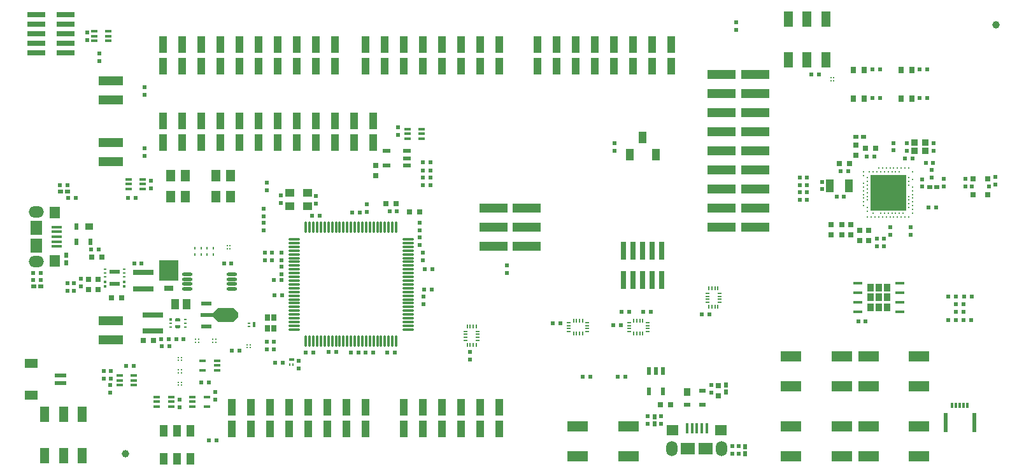
<source format=gtp>
G04*
G04 #@! TF.GenerationSoftware,Altium Limited,Altium Designer,18.0.11 (651)*
G04*
G04 Layer_Color=8421504*
%FSLAX24Y24*%
%MOIN*%
G70*
G01*
G75*
%ADD32O,0.0787X0.0591*%
%ADD33O,0.0591X0.0787*%
%ADD34R,0.0138X0.0118*%
%ADD35R,0.0138X0.0098*%
%ADD36R,0.0551X0.0197*%
%ADD37R,0.0315X0.0118*%
%ADD38R,0.0197X0.0148*%
%ADD39R,0.0138X0.0138*%
%ADD40R,0.0138X0.0098*%
%ADD41R,0.0366X0.0445*%
%ADD42R,0.0472X0.0433*%
%ADD43R,0.0236X0.0197*%
%ADD44R,0.0236X0.0217*%
%ADD45R,0.0295X0.0315*%
%ADD46R,0.0217X0.0236*%
%ADD47R,0.0197X0.0256*%
%ADD48R,0.0197X0.0236*%
%ADD49R,0.0138X0.0059*%
%ADD50R,0.0108X0.0118*%
%ADD51R,0.0138X0.0098*%
%ADD52R,0.0138X0.0059*%
%ADD53R,0.0551X0.0236*%
%ADD54R,0.0669X0.0236*%
%ADD55O,0.0650X0.0118*%
%ADD56O,0.0118X0.0650*%
%ADD57R,0.1063X0.0315*%
%ADD58R,0.0315X0.0295*%
%ADD59R,0.0433X0.0551*%
%ADD60R,0.0335X0.0394*%
%ADD61R,0.0335X0.0236*%
%ADD62R,0.0394X0.0335*%
%ADD63R,0.0236X0.0335*%
%ADD64R,0.0098X0.0142*%
%ADD65R,0.1000X0.1051*%
%ADD66R,0.0500X0.0300*%
%ADD67R,0.0256X0.0197*%
%ADD68C,0.0394*%
%ADD69R,0.0228X0.0197*%
%ADD70R,0.0315X0.0295*%
%ADD71R,0.0551X0.0630*%
%ADD72R,0.0610X0.0748*%
%ADD73R,0.0531X0.0157*%
%ADD74R,0.0630X0.0551*%
%ADD75R,0.0748X0.0610*%
%ADD76R,0.0157X0.0531*%
%ADD77R,0.0236X0.1024*%
%ADD78R,0.0118X0.0315*%
%ADD79R,0.0610X0.0236*%
%ADD80R,0.0709X0.0472*%
%ADD81R,0.0300X0.0320*%
%ADD82R,0.0256X0.0335*%
%ADD83R,0.0402X0.0862*%
%ADD84R,0.1500X0.0500*%
%ADD85R,0.0299X0.0945*%
%ADD86R,0.0945X0.0299*%
%ADD87R,0.1252X0.0500*%
%ADD88R,0.0354X0.0138*%
%ADD89R,0.0157X0.0276*%
%ADD90R,0.0157X0.0098*%
%ADD91R,0.0276X0.0157*%
%ADD92R,0.0098X0.0157*%
%ADD93R,0.1083X0.0551*%
%ADD94R,0.0472X0.0787*%
%ADD95R,0.0394X0.0630*%
%ADD96R,0.0472X0.0630*%
%ADD97C,0.0118*%
%ADD98R,0.1909X0.1909*%
%ADD99R,0.0453X0.0177*%
%ADD100C,0.0087*%
%ADD101O,0.0240X0.0071*%
%ADD102O,0.0071X0.0240*%
%ADD103O,0.0551X0.0177*%
%ADD104R,0.0236X0.0394*%
%ADD105R,0.0394X0.0236*%
%ADD106R,0.0374X0.0335*%
%ADD107R,0.0394X0.0709*%
G36*
X11334Y8518D02*
Y8282D01*
X11078Y8026D01*
X10291D01*
X10035Y8282D01*
Y8518D01*
X10291Y8774D01*
X11078D01*
X11334Y8518D01*
D02*
G37*
D32*
X765Y11201D02*
D03*
Y13799D02*
D03*
D33*
X36626Y1400D02*
D03*
X34027D02*
D03*
D34*
X4360Y9887D02*
D03*
Y10143D02*
D03*
X5360D02*
D03*
Y9887D02*
D03*
D35*
X5360Y10399D02*
D03*
Y10596D02*
D03*
Y10793D02*
D03*
X4360D02*
D03*
Y10596D02*
D03*
Y10399D02*
D03*
D36*
X4860Y10025D02*
D03*
Y10655D02*
D03*
D37*
X8160Y8137D02*
D03*
X8160Y7783D02*
D03*
D38*
X8160Y8162D02*
D03*
Y7758D02*
D03*
D39*
X7776Y8177D02*
D03*
D40*
Y7960D02*
D03*
Y7763D02*
D03*
X8544D02*
D03*
Y7960D02*
D03*
Y8157D02*
D03*
D41*
X44405Y9844D02*
D03*
Y9320D02*
D03*
Y8796D02*
D03*
X44850Y9844D02*
D03*
Y9320D02*
D03*
Y8796D02*
D03*
X45295Y9844D02*
D03*
Y9320D02*
D03*
Y8796D02*
D03*
D42*
X14946Y14109D02*
D03*
Y14811D02*
D03*
X14006Y14109D02*
D03*
Y14811D02*
D03*
D43*
X7707Y6760D02*
D03*
X7313D02*
D03*
X44607Y16710D02*
D03*
X44213D02*
D03*
X43238Y15927D02*
D03*
X42844D02*
D03*
X47466Y14023D02*
D03*
X47860D02*
D03*
X46216Y16601D02*
D03*
X46610D02*
D03*
X42637Y14587D02*
D03*
X43031D02*
D03*
X15253Y6440D02*
D03*
X14859D02*
D03*
X15179Y13580D02*
D03*
X15573D02*
D03*
X16043Y6450D02*
D03*
X16437D02*
D03*
X17299Y13750D02*
D03*
X17693D02*
D03*
X19527Y6430D02*
D03*
X19133D02*
D03*
X19239Y13830D02*
D03*
X19633D02*
D03*
X21443Y9740D02*
D03*
X21049D02*
D03*
X27793Y7950D02*
D03*
X28187D02*
D03*
X48877Y8137D02*
D03*
X48483D02*
D03*
X49697D02*
D03*
X49303D02*
D03*
X30953Y7860D02*
D03*
X31347D02*
D03*
X44167Y8050D02*
D03*
X43773D02*
D03*
X35593Y8430D02*
D03*
X35987D02*
D03*
X2423Y14520D02*
D03*
X2817D02*
D03*
X4013Y11840D02*
D03*
X3619D02*
D03*
X995Y10240D02*
D03*
X602D02*
D03*
X6267Y11100D02*
D03*
X5873D02*
D03*
X10573D02*
D03*
X10967D02*
D03*
X9787Y4850D02*
D03*
X9393D02*
D03*
X13613Y9420D02*
D03*
X13219D02*
D03*
X13189Y10220D02*
D03*
X13583D02*
D03*
X2393Y15197D02*
D03*
X1999D02*
D03*
X47308Y16355D02*
D03*
X47702D02*
D03*
D44*
X7697Y7120D02*
D03*
X7303D02*
D03*
X47002Y19777D02*
D03*
X47395D02*
D03*
X44512D02*
D03*
X44905D02*
D03*
X44512Y21277D02*
D03*
X44905D02*
D03*
X47002D02*
D03*
X47395D02*
D03*
X29343Y5150D02*
D03*
X29737D02*
D03*
X21377Y16390D02*
D03*
X20983D02*
D03*
X17627Y6440D02*
D03*
X17233D02*
D03*
X17993D02*
D03*
X18387D02*
D03*
X21483Y10800D02*
D03*
X21089D02*
D03*
X5563Y14540D02*
D03*
X5957D02*
D03*
X48492Y9370D02*
D03*
X48885D02*
D03*
X49705D02*
D03*
X49312D02*
D03*
X31193Y5150D02*
D03*
X31587D02*
D03*
X32907Y8560D02*
D03*
X32513D02*
D03*
X31393D02*
D03*
X31787D02*
D03*
X995Y10590D02*
D03*
X602D02*
D03*
X20983Y15180D02*
D03*
X21377D02*
D03*
X20983Y15600D02*
D03*
X21377D02*
D03*
X20983Y15960D02*
D03*
X21377D02*
D03*
X8467Y7120D02*
D03*
X8073D02*
D03*
X5453Y5730D02*
D03*
X5847D02*
D03*
X11003Y6540D02*
D03*
X11397D02*
D03*
X9783Y1820D02*
D03*
X10177D02*
D03*
X13637Y5880D02*
D03*
X13243D02*
D03*
X41707Y20990D02*
D03*
X41313D02*
D03*
D45*
X33434Y3700D02*
D03*
X33966D02*
D03*
X42791Y16317D02*
D03*
X43322D02*
D03*
X44149Y17119D02*
D03*
X44681D02*
D03*
X19592Y14230D02*
D03*
X19060D02*
D03*
X20284Y13810D02*
D03*
X20816D02*
D03*
X3660Y11440D02*
D03*
X4192D02*
D03*
X5226Y9280D02*
D03*
X4694D02*
D03*
X6886Y7070D02*
D03*
X6354D02*
D03*
D46*
X37173Y1124D02*
D03*
Y1518D02*
D03*
X19683Y18217D02*
D03*
Y17823D02*
D03*
X3410Y23207D02*
D03*
Y22813D02*
D03*
X13076Y11263D02*
D03*
Y11657D02*
D03*
X37400Y23717D02*
D03*
Y23323D02*
D03*
X4050Y21693D02*
D03*
Y22087D02*
D03*
X6740Y15033D02*
D03*
Y15427D02*
D03*
X48900Y8553D02*
D03*
Y8947D02*
D03*
X49290Y8553D02*
D03*
Y8947D02*
D03*
X12660Y13956D02*
D03*
Y13563D02*
D03*
X12660Y12820D02*
D03*
Y13214D02*
D03*
X20836Y13237D02*
D03*
Y12843D02*
D03*
X25400Y10997D02*
D03*
Y10603D02*
D03*
X44744Y12385D02*
D03*
X45104D02*
D03*
X2730Y10047D02*
D03*
Y9653D02*
D03*
X3090Y10307D02*
D03*
Y9913D02*
D03*
X4639Y5467D02*
D03*
Y5073D02*
D03*
X4289Y5073D02*
D03*
Y5467D02*
D03*
X12830Y14943D02*
D03*
Y15337D02*
D03*
X4630Y4323D02*
D03*
Y4717D02*
D03*
X6430Y16742D02*
D03*
Y17136D02*
D03*
Y19933D02*
D03*
Y20327D02*
D03*
X14500Y5613D02*
D03*
Y6007D02*
D03*
X41070Y14827D02*
D03*
Y14433D02*
D03*
X40710Y14827D02*
D03*
Y14433D02*
D03*
X45104Y11991D02*
D03*
X44744D02*
D03*
X12829Y6987D02*
D03*
Y6593D02*
D03*
X13203Y6987D02*
D03*
Y6593D02*
D03*
X31020Y17003D02*
D03*
Y17397D02*
D03*
D47*
X37843Y1134D02*
D03*
Y1508D02*
D03*
X33113Y3077D02*
D03*
Y2703D02*
D03*
X36856Y4737D02*
D03*
Y4363D02*
D03*
X2336Y11143D02*
D03*
Y11517D02*
D03*
D48*
X37513Y1124D02*
D03*
Y1518D02*
D03*
X47718Y17407D02*
D03*
Y17013D02*
D03*
X46318Y17013D02*
D03*
Y17407D02*
D03*
X45468Y12989D02*
D03*
Y12595D02*
D03*
X46531Y12989D02*
D03*
Y12595D02*
D03*
X45606Y17015D02*
D03*
Y17408D02*
D03*
X41884Y15374D02*
D03*
Y14980D02*
D03*
X12726Y11263D02*
D03*
Y11657D02*
D03*
X13596Y11263D02*
D03*
Y11657D02*
D03*
X13566Y14273D02*
D03*
Y14667D02*
D03*
X15386Y14637D02*
D03*
Y14243D02*
D03*
X18056Y14207D02*
D03*
Y13813D02*
D03*
X21016Y9357D02*
D03*
Y8963D02*
D03*
X20986Y11667D02*
D03*
Y11273D02*
D03*
X20836Y12467D02*
D03*
Y12073D02*
D03*
X50937Y15238D02*
D03*
Y15631D02*
D03*
X23460Y6063D02*
D03*
Y6457D02*
D03*
X33463Y3087D02*
D03*
Y2693D02*
D03*
X36076Y4737D02*
D03*
Y4343D02*
D03*
X32765Y2688D02*
D03*
Y3082D02*
D03*
X2380Y10057D02*
D03*
Y9663D02*
D03*
X8250Y3573D02*
D03*
Y3967D02*
D03*
X10120Y3973D02*
D03*
Y4367D02*
D03*
X40710Y15597D02*
D03*
Y15203D02*
D03*
X41070Y15203D02*
D03*
Y15597D02*
D03*
X13596Y10543D02*
D03*
Y10937D02*
D03*
X48256Y15133D02*
D03*
Y15527D02*
D03*
X47606Y16007D02*
D03*
Y15613D02*
D03*
X47132Y15115D02*
D03*
Y15509D02*
D03*
X49379Y15526D02*
D03*
Y15132D02*
D03*
D49*
X4360Y10793D02*
D03*
Y10596D02*
D03*
Y10399D02*
D03*
X5360D02*
D03*
Y10596D02*
D03*
Y10793D02*
D03*
D50*
X4360Y10143D02*
D03*
Y9887D02*
D03*
X5360D02*
D03*
Y10143D02*
D03*
D51*
X7776Y8177D02*
D03*
D52*
Y7960D02*
D03*
Y7763D02*
D03*
X8544D02*
D03*
Y7960D02*
D03*
Y8157D02*
D03*
D53*
X9641Y7809D02*
D03*
Y8991D02*
D03*
D54*
X9700Y8400D02*
D03*
D55*
X14244Y7638D02*
D03*
Y7835D02*
D03*
Y8031D02*
D03*
Y8228D02*
D03*
Y8425D02*
D03*
Y8622D02*
D03*
Y8819D02*
D03*
Y9016D02*
D03*
Y9213D02*
D03*
Y9409D02*
D03*
Y9606D02*
D03*
Y9803D02*
D03*
Y10000D02*
D03*
Y10197D02*
D03*
Y10394D02*
D03*
Y10591D02*
D03*
Y10787D02*
D03*
Y10984D02*
D03*
Y11181D02*
D03*
Y11378D02*
D03*
Y11575D02*
D03*
Y11772D02*
D03*
Y11968D02*
D03*
Y12165D02*
D03*
Y12362D02*
D03*
X20208D02*
D03*
Y12165D02*
D03*
Y11968D02*
D03*
Y11772D02*
D03*
Y11575D02*
D03*
Y11378D02*
D03*
Y11181D02*
D03*
Y10984D02*
D03*
Y10787D02*
D03*
Y10591D02*
D03*
Y10394D02*
D03*
Y10197D02*
D03*
Y10000D02*
D03*
Y9803D02*
D03*
Y9606D02*
D03*
Y9409D02*
D03*
Y9213D02*
D03*
Y9016D02*
D03*
Y8819D02*
D03*
Y8622D02*
D03*
Y8425D02*
D03*
Y8228D02*
D03*
Y8031D02*
D03*
Y7835D02*
D03*
Y7638D02*
D03*
D56*
X14864Y12982D02*
D03*
X15061D02*
D03*
X15258D02*
D03*
X15454D02*
D03*
X15651D02*
D03*
X15848D02*
D03*
X16045D02*
D03*
X16242D02*
D03*
X16439D02*
D03*
X16636D02*
D03*
X16832D02*
D03*
X17029D02*
D03*
X17226D02*
D03*
X17423D02*
D03*
X17620D02*
D03*
X17817D02*
D03*
X18013D02*
D03*
X18210D02*
D03*
X18407D02*
D03*
X18604D02*
D03*
X18801D02*
D03*
X18998D02*
D03*
X19195D02*
D03*
X19391D02*
D03*
X19588D02*
D03*
Y7018D02*
D03*
X19391D02*
D03*
X19195D02*
D03*
X18998D02*
D03*
X18801D02*
D03*
X18604D02*
D03*
X18407D02*
D03*
X18210D02*
D03*
X18013D02*
D03*
X17817D02*
D03*
X17620D02*
D03*
X17423D02*
D03*
X17226D02*
D03*
X17029D02*
D03*
X16832D02*
D03*
X16636D02*
D03*
X16439D02*
D03*
X16242D02*
D03*
X16045D02*
D03*
X15848D02*
D03*
X15651D02*
D03*
X15454D02*
D03*
X15258D02*
D03*
X15061D02*
D03*
X14864D02*
D03*
D57*
X6850Y7547D02*
D03*
Y8413D02*
D03*
X6340Y9777D02*
D03*
Y10643D02*
D03*
D58*
X42367Y12595D02*
D03*
Y13127D02*
D03*
X42919Y12595D02*
D03*
Y13127D02*
D03*
X43844Y12310D02*
D03*
Y12841D02*
D03*
X36466Y4175D02*
D03*
Y4706D02*
D03*
X3970Y9724D02*
D03*
Y10256D02*
D03*
X3500Y9724D02*
D03*
Y10256D02*
D03*
X18530Y15694D02*
D03*
Y16226D02*
D03*
X43667Y17300D02*
D03*
Y16769D02*
D03*
X43381Y12595D02*
D03*
Y13127D02*
D03*
X44307Y12310D02*
D03*
Y12841D02*
D03*
D59*
X8015Y8970D02*
D03*
X8605D02*
D03*
D60*
X34804Y4366D02*
D03*
D61*
Y3697D02*
D03*
X35611D02*
D03*
Y4445D02*
D03*
D62*
X3521Y13034D02*
D03*
D63*
X2852D02*
D03*
Y12226D02*
D03*
X3600D02*
D03*
D64*
X9370Y11884D02*
D03*
Y11553D02*
D03*
X10010Y11884D02*
D03*
Y11553D02*
D03*
X9050Y11884D02*
D03*
Y11553D02*
D03*
X9690Y11884D02*
D03*
Y11553D02*
D03*
D65*
X7680Y10736D02*
D03*
D66*
Y9810D02*
D03*
D67*
X983Y9897D02*
D03*
X609D02*
D03*
X43667Y17714D02*
D03*
X44041D02*
D03*
X2012Y14856D02*
D03*
X2386D02*
D03*
X47505Y15112D02*
D03*
X47879Y15112D02*
D03*
D68*
X50973Y23600D02*
D03*
X5411Y1120D02*
D03*
D69*
X50623Y15115D02*
D03*
X49710D02*
D03*
D70*
X50541Y14711D02*
D03*
Y15518D02*
D03*
X49793D02*
D03*
Y14711D02*
D03*
D71*
X1730Y13760D02*
D03*
Y11240D02*
D03*
D72*
X765Y12028D02*
D03*
Y12972D02*
D03*
D73*
X1818Y11988D02*
D03*
Y12244D02*
D03*
Y13012D02*
D03*
Y12756D02*
D03*
Y12500D02*
D03*
D74*
X34067Y2365D02*
D03*
X36586D02*
D03*
D75*
X35799Y1400D02*
D03*
X34854D02*
D03*
D76*
X35838Y2454D02*
D03*
X35582D02*
D03*
X34815D02*
D03*
X35071D02*
D03*
X35326D02*
D03*
D77*
X49842Y2767D02*
D03*
X48346D02*
D03*
D78*
X49290Y3673D02*
D03*
X49094D02*
D03*
X48897D02*
D03*
X48700D02*
D03*
X49487D02*
D03*
D79*
X2010Y5227D02*
D03*
Y4833D02*
D03*
D80*
X484Y5857D02*
D03*
Y4203D02*
D03*
D81*
X44083Y21227D02*
D03*
X43533D02*
D03*
X46583D02*
D03*
X46033D02*
D03*
X44083Y19727D02*
D03*
X43533D02*
D03*
X46583D02*
D03*
X46033D02*
D03*
D82*
X12849Y8275D02*
D03*
Y7705D02*
D03*
X13183D02*
D03*
Y8275D02*
D03*
D83*
X13000Y2423D02*
D03*
X17000D02*
D03*
X13000Y3577D02*
D03*
X17000D02*
D03*
X12000Y2423D02*
D03*
X11000D02*
D03*
X16000D02*
D03*
X15000D02*
D03*
X18000D02*
D03*
X12000Y3577D02*
D03*
X11000D02*
D03*
X16000Y3577D02*
D03*
X15000Y3577D02*
D03*
X18000D02*
D03*
X14000Y2423D02*
D03*
Y3577D02*
D03*
X22000Y2423D02*
D03*
Y3577D02*
D03*
X20000Y2423D02*
D03*
X21000D02*
D03*
X24000D02*
D03*
X25000D02*
D03*
X20000Y3577D02*
D03*
X21000D02*
D03*
X24000D02*
D03*
X25000D02*
D03*
X23000Y2423D02*
D03*
X23000Y3577D02*
D03*
X23000Y22577D02*
D03*
X19000D02*
D03*
X23000Y21423D02*
D03*
X19000D02*
D03*
X24000Y22577D02*
D03*
X25000D02*
D03*
X20000D02*
D03*
X21000D02*
D03*
X18000D02*
D03*
X24000Y21423D02*
D03*
X25000D02*
D03*
X20000Y21423D02*
D03*
X21000Y21423D02*
D03*
X18000D02*
D03*
X22000Y22577D02*
D03*
Y21423D02*
D03*
X14400Y22577D02*
D03*
X10400D02*
D03*
X14400Y21423D02*
D03*
X10400Y21423D02*
D03*
X16400Y22577D02*
D03*
X15400D02*
D03*
X12400D02*
D03*
X11400D02*
D03*
X9400D02*
D03*
X8400D02*
D03*
X16400Y21423D02*
D03*
X15400D02*
D03*
X12400D02*
D03*
X11400D02*
D03*
X9400D02*
D03*
X8400Y21423D02*
D03*
X13400Y22577D02*
D03*
X7400D02*
D03*
X13400Y21423D02*
D03*
X7400D02*
D03*
X32000Y22577D02*
D03*
X28000D02*
D03*
X32000Y21423D02*
D03*
X28000D02*
D03*
X33000Y22577D02*
D03*
X34000D02*
D03*
X29000D02*
D03*
X30000D02*
D03*
X27000D02*
D03*
X33000Y21423D02*
D03*
X34000D02*
D03*
X29000Y21423D02*
D03*
X30000Y21423D02*
D03*
X27000D02*
D03*
X31000Y22577D02*
D03*
Y21423D02*
D03*
X18400Y18577D02*
D03*
Y17423D02*
D03*
X17400Y18577D02*
D03*
Y17423D02*
D03*
X13400Y18577D02*
D03*
Y17423D02*
D03*
X14400Y18577D02*
D03*
Y17423D02*
D03*
X8400Y18577D02*
D03*
Y17423D02*
D03*
X9400D02*
D03*
Y18577D02*
D03*
X10400Y17423D02*
D03*
Y18577D02*
D03*
X12400Y17423D02*
D03*
Y18577D02*
D03*
X11400Y17423D02*
D03*
Y18577D02*
D03*
X7400D02*
D03*
Y17423D02*
D03*
X16400D02*
D03*
Y18577D02*
D03*
X15400Y17423D02*
D03*
Y18577D02*
D03*
D84*
X24675Y14000D02*
D03*
X26425D02*
D03*
X24675Y13000D02*
D03*
X26425D02*
D03*
X24675Y12000D02*
D03*
X26425D02*
D03*
X38375Y13000D02*
D03*
X36625D02*
D03*
X38375Y15000D02*
D03*
X36625D02*
D03*
Y21000D02*
D03*
X38375D02*
D03*
X36625Y20000D02*
D03*
X38375D02*
D03*
X36625Y19000D02*
D03*
X38375D02*
D03*
X36625Y18000D02*
D03*
X38375D02*
D03*
X36625Y17000D02*
D03*
X38375D02*
D03*
X36625Y16000D02*
D03*
X38375D02*
D03*
X36625Y14000D02*
D03*
X38375D02*
D03*
D85*
X31500Y11768D02*
D03*
X32000D02*
D03*
X32500D02*
D03*
X33000D02*
D03*
X33500D02*
D03*
X31500Y10232D02*
D03*
X32000D02*
D03*
X32500D02*
D03*
X33000D02*
D03*
X33500D02*
D03*
D86*
X2298Y24140D02*
D03*
Y23640D02*
D03*
Y23140D02*
D03*
Y22640D02*
D03*
Y22140D02*
D03*
X762Y24140D02*
D03*
Y23640D02*
D03*
Y23140D02*
D03*
Y22640D02*
D03*
Y22140D02*
D03*
D87*
X4650Y7090D02*
D03*
Y8090D02*
D03*
Y16429D02*
D03*
Y17429D02*
D03*
Y19657D02*
D03*
Y20657D02*
D03*
D88*
X20179Y17624D02*
D03*
Y17880D02*
D03*
Y18136D02*
D03*
X20927D02*
D03*
Y17880D02*
D03*
Y17624D02*
D03*
X3786Y22754D02*
D03*
Y23010D02*
D03*
Y23266D02*
D03*
X4534D02*
D03*
Y23010D02*
D03*
Y22754D02*
D03*
X6324Y15506D02*
D03*
Y15250D02*
D03*
Y14994D02*
D03*
X5576D02*
D03*
Y15250D02*
D03*
Y15506D02*
D03*
X5854Y5226D02*
D03*
Y4970D02*
D03*
Y4714D02*
D03*
X5106D02*
D03*
Y4970D02*
D03*
Y5226D02*
D03*
X9456Y5494D02*
D03*
Y6006D02*
D03*
X10204D02*
D03*
Y5750D02*
D03*
Y5494D02*
D03*
X7804Y4106D02*
D03*
Y3850D02*
D03*
Y3594D02*
D03*
X7056D02*
D03*
Y3850D02*
D03*
Y4106D02*
D03*
X9674D02*
D03*
Y3594D02*
D03*
X8926D02*
D03*
Y3850D02*
D03*
Y4106D02*
D03*
D89*
X12148Y7890D02*
D03*
D90*
X11872Y7979D02*
D03*
Y7801D02*
D03*
D91*
X14110Y6058D02*
D03*
D92*
X14021Y5782D02*
D03*
X14199D02*
D03*
D93*
X40267Y6232D02*
D03*
Y4657D02*
D03*
X42924Y6232D02*
D03*
Y4657D02*
D03*
X44307Y6232D02*
D03*
Y4657D02*
D03*
X46964Y6232D02*
D03*
Y4657D02*
D03*
X42924Y985D02*
D03*
Y2560D02*
D03*
X40267Y985D02*
D03*
Y2560D02*
D03*
X46964Y985D02*
D03*
Y2560D02*
D03*
X44307Y985D02*
D03*
Y2560D02*
D03*
X31759Y985D02*
D03*
Y2560D02*
D03*
X29101Y985D02*
D03*
Y2560D02*
D03*
D94*
X40106Y23913D02*
D03*
X42074D02*
D03*
X41090D02*
D03*
Y21747D02*
D03*
X42074D02*
D03*
X40106D02*
D03*
X3160Y1027D02*
D03*
X1192D02*
D03*
X2176D02*
D03*
Y3193D02*
D03*
X1192D02*
D03*
X3160D02*
D03*
D95*
X32500Y17703D02*
D03*
X31811Y16797D02*
D03*
X33189D02*
D03*
X8809Y2328D02*
D03*
X8120D02*
D03*
X7431D02*
D03*
Y872D02*
D03*
X8120D02*
D03*
X8809D02*
D03*
D96*
X10925Y15711D02*
D03*
X10137D02*
D03*
X8563D02*
D03*
X10925Y14609D02*
D03*
X10137D02*
D03*
X7775D02*
D03*
X8563D02*
D03*
X7775Y15711D02*
D03*
D97*
X46226Y16090D02*
D03*
X44848D02*
D03*
X45045D02*
D03*
X45242D02*
D03*
X45438D02*
D03*
X45635D02*
D03*
X45832D02*
D03*
X46029D02*
D03*
X46423D02*
D03*
X44060Y15893D02*
D03*
X44356D02*
D03*
X44553D02*
D03*
X44749D02*
D03*
X44946D02*
D03*
X45143D02*
D03*
X45340D02*
D03*
X45537D02*
D03*
X45734D02*
D03*
X45931D02*
D03*
X46620D02*
D03*
X46423Y15597D02*
D03*
X44060Y15696D02*
D03*
X44257Y15597D02*
D03*
X46620Y15499D02*
D03*
X44257Y15401D02*
D03*
X46423D02*
D03*
X44060Y15302D02*
D03*
X44257Y15204D02*
D03*
X46423D02*
D03*
X44060Y15105D02*
D03*
X46620D02*
D03*
X44257Y15007D02*
D03*
X44060Y14908D02*
D03*
X46620D02*
D03*
X44257Y14810D02*
D03*
X44060Y14712D02*
D03*
X46620D02*
D03*
X44257Y14613D02*
D03*
X46423D02*
D03*
X44060Y14515D02*
D03*
X46620D02*
D03*
X44257Y14416D02*
D03*
X46423D02*
D03*
X44060Y14318D02*
D03*
X46620D02*
D03*
X46423Y14219D02*
D03*
X44060Y14121D02*
D03*
X46620D02*
D03*
X44257Y14023D02*
D03*
X46423D02*
D03*
X46620Y13924D02*
D03*
X44257Y13826D02*
D03*
X44553Y13727D02*
D03*
X44946D02*
D03*
X45143D02*
D03*
X45340D02*
D03*
X45537D02*
D03*
X45734D02*
D03*
X45931D02*
D03*
X46127D02*
D03*
X46620D02*
D03*
X44257Y13530D02*
D03*
X44454D02*
D03*
X44651D02*
D03*
X44848D02*
D03*
X45045D02*
D03*
X45242D02*
D03*
X45438D02*
D03*
X45635D02*
D03*
X45832D02*
D03*
X46029D02*
D03*
X46226D02*
D03*
X46423D02*
D03*
D98*
X45340Y14810D02*
D03*
D99*
X43759Y10070D02*
D03*
Y9570D02*
D03*
Y9070D02*
D03*
Y8570D02*
D03*
X45941Y10070D02*
D03*
Y9570D02*
D03*
Y9070D02*
D03*
Y8570D02*
D03*
D100*
X42340Y20817D02*
D03*
X42497D02*
D03*
X42340Y20660D02*
D03*
X42497D02*
D03*
X8359Y6021D02*
D03*
X8201D02*
D03*
X8359Y6179D02*
D03*
X8201D02*
D03*
X8359Y5371D02*
D03*
X8201D02*
D03*
X8359Y5529D02*
D03*
X8201D02*
D03*
X8359Y4721D02*
D03*
X8201D02*
D03*
X8359Y4879D02*
D03*
X8201D02*
D03*
X9991Y7119D02*
D03*
X10149D02*
D03*
X9991Y6961D02*
D03*
X10149D02*
D03*
X9101Y7119D02*
D03*
X9259D02*
D03*
X9101Y6961D02*
D03*
X9259D02*
D03*
X11779Y6845D02*
D03*
X11937D02*
D03*
X11779Y6687D02*
D03*
X11937D02*
D03*
X10741Y11871D02*
D03*
Y12029D02*
D03*
X10899Y11871D02*
D03*
Y12029D02*
D03*
D101*
X28628Y7524D02*
D03*
Y7681D02*
D03*
Y7839D02*
D03*
Y7996D02*
D03*
X29592D02*
D03*
Y7839D02*
D03*
Y7681D02*
D03*
Y7524D02*
D03*
X23215Y7074D02*
D03*
Y7231D02*
D03*
Y7389D02*
D03*
Y7546D02*
D03*
X23865D02*
D03*
Y7389D02*
D03*
Y7231D02*
D03*
Y7074D02*
D03*
X31778Y7524D02*
D03*
Y7681D02*
D03*
Y7839D02*
D03*
Y7996D02*
D03*
X32742D02*
D03*
Y7839D02*
D03*
Y7681D02*
D03*
Y7524D02*
D03*
X35875Y9064D02*
D03*
Y9221D02*
D03*
Y9379D02*
D03*
Y9536D02*
D03*
X36525D02*
D03*
Y9379D02*
D03*
Y9221D02*
D03*
Y9064D02*
D03*
D102*
X28874Y8085D02*
D03*
X29031D02*
D03*
X29189D02*
D03*
X29346D02*
D03*
Y7435D02*
D03*
X29189D02*
D03*
X29031D02*
D03*
X28874D02*
D03*
X23776Y6828D02*
D03*
X23619D02*
D03*
X23461D02*
D03*
X23304D02*
D03*
Y7792D02*
D03*
X23461D02*
D03*
X23619D02*
D03*
X23776D02*
D03*
X32024Y8085D02*
D03*
X32181D02*
D03*
X32339D02*
D03*
X32496D02*
D03*
Y7435D02*
D03*
X32339D02*
D03*
X32181D02*
D03*
X32024D02*
D03*
X36436Y8818D02*
D03*
X36279D02*
D03*
X36121D02*
D03*
X35964D02*
D03*
Y9782D02*
D03*
X36121D02*
D03*
X36279D02*
D03*
X36436D02*
D03*
D103*
X8659Y10534D02*
D03*
Y10278D02*
D03*
Y10022D02*
D03*
Y9766D02*
D03*
X10981Y10534D02*
D03*
Y10278D02*
D03*
Y10022D02*
D03*
Y9766D02*
D03*
D104*
X33564Y5472D02*
D03*
X33190D02*
D03*
X32816D02*
D03*
Y4408D02*
D03*
X33564D02*
D03*
D105*
X20161Y16236D02*
D03*
Y16610D02*
D03*
Y16984D02*
D03*
X19099D02*
D03*
Y16236D02*
D03*
D106*
X46732Y16983D02*
D03*
Y17436D02*
D03*
X47303D02*
D03*
Y16983D02*
D03*
D107*
X43276Y15167D02*
D03*
X42292D02*
D03*
M02*

</source>
